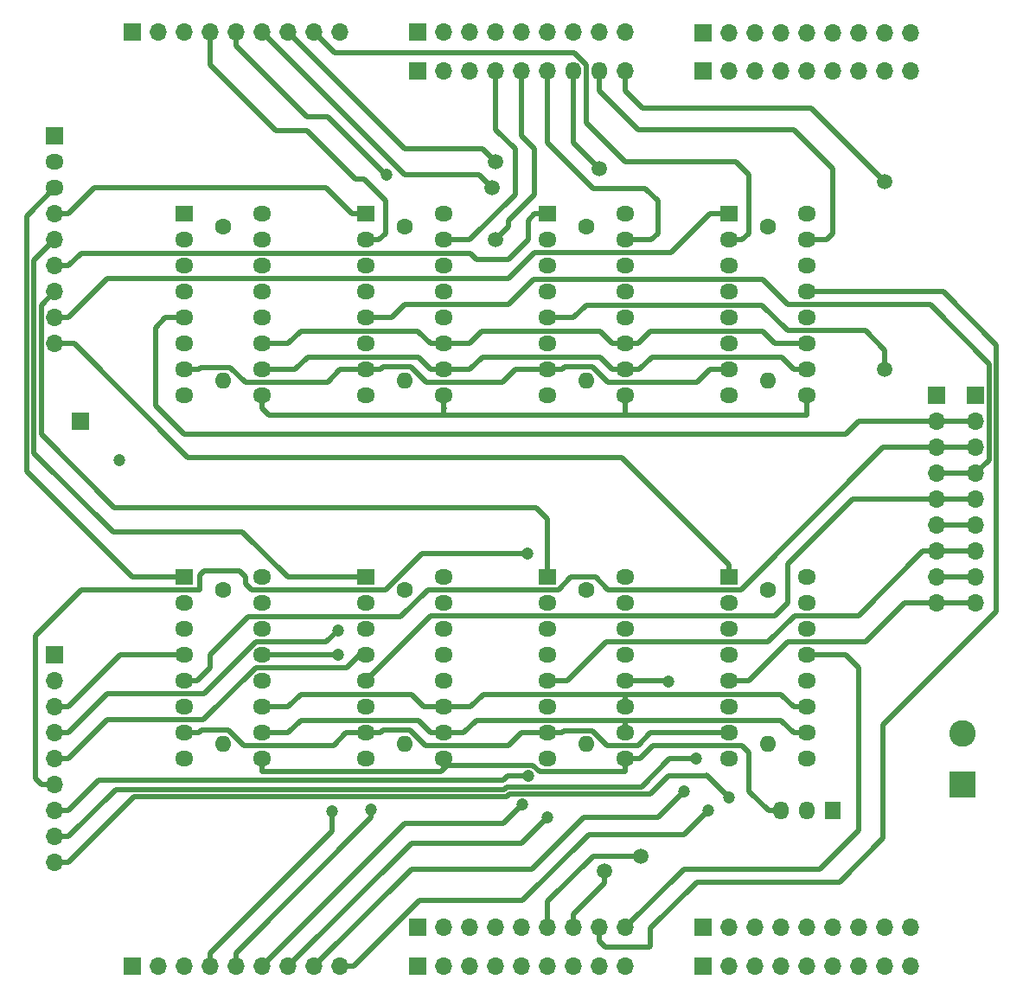
<source format=gbr>
%TF.GenerationSoftware,KiCad,Pcbnew,(5.1.8)-1*%
%TF.CreationDate,2022-12-02T00:21:30+03:00*%
%TF.ProjectId,MUX8x1-v4,4d555838-7831-42d7-9634-2e6b69636164,rev?*%
%TF.SameCoordinates,Original*%
%TF.FileFunction,Copper,L1,Top*%
%TF.FilePolarity,Positive*%
%FSLAX46Y46*%
G04 Gerber Fmt 4.6, Leading zero omitted, Abs format (unit mm)*
G04 Created by KiCad (PCBNEW (5.1.8)-1) date 2022-12-02 00:21:30*
%MOMM*%
%LPD*%
G01*
G04 APERTURE LIST*
%TA.AperFunction,ComponentPad*%
%ADD10O,1.700000X1.700000*%
%TD*%
%TA.AperFunction,ComponentPad*%
%ADD11R,1.700000X1.700000*%
%TD*%
%TA.AperFunction,ComponentPad*%
%ADD12O,1.800000X1.500000*%
%TD*%
%TA.AperFunction,ComponentPad*%
%ADD13O,1.500000X1.800000*%
%TD*%
%TA.AperFunction,ComponentPad*%
%ADD14O,1.600000X1.600000*%
%TD*%
%TA.AperFunction,ComponentPad*%
%ADD15C,1.600000*%
%TD*%
%TA.AperFunction,ComponentPad*%
%ADD16R,1.800000X1.500000*%
%TD*%
%TA.AperFunction,ComponentPad*%
%ADD17R,1.500000X1.800000*%
%TD*%
%TA.AperFunction,ComponentPad*%
%ADD18C,2.600000*%
%TD*%
%TA.AperFunction,ComponentPad*%
%ADD19R,2.600000X2.600000*%
%TD*%
%TA.AperFunction,ViaPad*%
%ADD20C,1.200000*%
%TD*%
%TA.AperFunction,ViaPad*%
%ADD21C,1.500000*%
%TD*%
%TA.AperFunction,Conductor*%
%ADD22C,0.500000*%
%TD*%
G04 APERTURE END LIST*
D10*
%TO.P,J21,9*%
%TO.N,/O7*%
X118110000Y-91440000D03*
%TO.P,J21,8*%
%TO.N,/O6*%
X118110000Y-88900000D03*
%TO.P,J21,7*%
%TO.N,/O5*%
X118110000Y-86360000D03*
%TO.P,J21,6*%
%TO.N,/O4*%
X118110000Y-83820000D03*
%TO.P,J21,5*%
%TO.N,/O3*%
X118110000Y-81280000D03*
%TO.P,J21,4*%
%TO.N,/O2*%
X118110000Y-78740000D03*
%TO.P,J21,3*%
%TO.N,/O1*%
X118110000Y-76200000D03*
%TO.P,J21,2*%
%TO.N,/O0*%
X118110000Y-73660000D03*
D11*
%TO.P,J21,1*%
%TO.N,GND*%
X118110000Y-71120000D03*
%TD*%
D10*
%TO.P,J19,9*%
%TO.N,/O7*%
X114300000Y-91440000D03*
%TO.P,J19,8*%
%TO.N,/O6*%
X114300000Y-88900000D03*
%TO.P,J19,7*%
%TO.N,/O5*%
X114300000Y-86360000D03*
%TO.P,J19,6*%
%TO.N,/O4*%
X114300000Y-83820000D03*
%TO.P,J19,5*%
%TO.N,/O3*%
X114300000Y-81280000D03*
%TO.P,J19,4*%
%TO.N,/O2*%
X114300000Y-78740000D03*
%TO.P,J19,3*%
%TO.N,/O1*%
X114300000Y-76200000D03*
%TO.P,J19,2*%
%TO.N,/O0*%
X114300000Y-73660000D03*
D11*
%TO.P,J19,1*%
%TO.N,GND*%
X114300000Y-71120000D03*
%TD*%
D10*
%TO.P,J18,9*%
%TO.N,/H7*%
X111760000Y-123190000D03*
%TO.P,J18,8*%
%TO.N,/H6*%
X109220000Y-123190000D03*
%TO.P,J18,7*%
%TO.N,/H5*%
X106680000Y-123190000D03*
%TO.P,J18,6*%
%TO.N,/H4*%
X104140000Y-123190000D03*
%TO.P,J18,5*%
%TO.N,/H3*%
X101600000Y-123190000D03*
%TO.P,J18,4*%
%TO.N,/H2*%
X99060000Y-123190000D03*
%TO.P,J18,3*%
%TO.N,/H1*%
X96520000Y-123190000D03*
%TO.P,J18,2*%
%TO.N,/H0*%
X93980000Y-123190000D03*
D11*
%TO.P,J18,1*%
%TO.N,GND*%
X91440000Y-123190000D03*
%TD*%
D10*
%TO.P,J16,9*%
%TO.N,/H7*%
X111760000Y-127000000D03*
%TO.P,J16,8*%
%TO.N,/H6*%
X109220000Y-127000000D03*
%TO.P,J16,7*%
%TO.N,/H5*%
X106680000Y-127000000D03*
%TO.P,J16,6*%
%TO.N,/H4*%
X104140000Y-127000000D03*
%TO.P,J16,5*%
%TO.N,/H3*%
X101600000Y-127000000D03*
%TO.P,J16,4*%
%TO.N,/H2*%
X99060000Y-127000000D03*
%TO.P,J16,3*%
%TO.N,/H1*%
X96520000Y-127000000D03*
%TO.P,J16,2*%
%TO.N,/H0*%
X93980000Y-127000000D03*
D11*
%TO.P,J16,1*%
%TO.N,GND*%
X91440000Y-127000000D03*
%TD*%
D10*
%TO.P,J15,9*%
%TO.N,/D7*%
X27940000Y-66040000D03*
%TO.P,J15,8*%
%TO.N,/D6*%
X27940000Y-63500000D03*
%TO.P,J15,7*%
%TO.N,/D5*%
X27940000Y-60960000D03*
%TO.P,J15,6*%
%TO.N,/D4*%
X27940000Y-58420000D03*
%TO.P,J15,5*%
%TO.N,/D3*%
X27940000Y-55880000D03*
%TO.P,J15,4*%
%TO.N,/D2*%
X27940000Y-53340000D03*
D12*
%TO.P,J15,3*%
%TO.N,/D1*%
X27940000Y-50800000D03*
%TO.P,J15,2*%
%TO.N,/D0*%
X27940000Y-48260000D03*
D11*
%TO.P,J15,1*%
%TO.N,GND*%
X27940000Y-45720000D03*
%TD*%
D10*
%TO.P,J14,9*%
%TO.N,/G7*%
X83820000Y-127000000D03*
%TO.P,J14,8*%
%TO.N,/G6*%
X81280000Y-127000000D03*
%TO.P,J14,7*%
%TO.N,/G5*%
X78740000Y-127000000D03*
%TO.P,J14,6*%
%TO.N,/G4*%
X76200000Y-127000000D03*
%TO.P,J14,5*%
%TO.N,/G3*%
X73660000Y-127000000D03*
%TO.P,J14,4*%
%TO.N,/G2*%
X71120000Y-127000000D03*
%TO.P,J14,3*%
%TO.N,/G1*%
X68580000Y-127000000D03*
%TO.P,J14,2*%
%TO.N,/G0*%
X66040000Y-127000000D03*
D11*
%TO.P,J14,1*%
%TO.N,GND*%
X63500000Y-127000000D03*
%TD*%
D10*
%TO.P,J12,9*%
%TO.N,/G7*%
X83820000Y-123190000D03*
%TO.P,J12,8*%
%TO.N,/G6*%
X81280000Y-123190000D03*
%TO.P,J12,7*%
%TO.N,/G5*%
X78740000Y-123190000D03*
%TO.P,J12,6*%
%TO.N,/G4*%
X76200000Y-123190000D03*
%TO.P,J12,5*%
%TO.N,/G3*%
X73660000Y-123190000D03*
%TO.P,J12,4*%
%TO.N,/G2*%
X71120000Y-123190000D03*
%TO.P,J12,3*%
%TO.N,/G1*%
X68580000Y-123190000D03*
%TO.P,J12,2*%
%TO.N,/G0*%
X66040000Y-123190000D03*
D11*
%TO.P,J12,1*%
%TO.N,GND*%
X63500000Y-123190000D03*
%TD*%
D10*
%TO.P,J11,9*%
%TO.N,/C7*%
X55880000Y-35560000D03*
%TO.P,J11,8*%
%TO.N,/C6*%
X53340000Y-35560000D03*
%TO.P,J11,7*%
%TO.N,/C5*%
X50800000Y-35560000D03*
%TO.P,J11,6*%
%TO.N,/C4*%
X48260000Y-35560000D03*
%TO.P,J11,5*%
%TO.N,/C3*%
X45720000Y-35560000D03*
%TO.P,J11,4*%
%TO.N,/C2*%
X43180000Y-35560000D03*
%TO.P,J11,3*%
%TO.N,/C1*%
X40640000Y-35560000D03*
%TO.P,J11,2*%
%TO.N,/C0*%
X38100000Y-35560000D03*
D11*
%TO.P,J11,1*%
%TO.N,GND*%
X35560000Y-35560000D03*
%TD*%
D10*
%TO.P,J8,9*%
%TO.N,/F7*%
X111760000Y-35600000D03*
%TO.P,J8,8*%
%TO.N,/F6*%
X109220000Y-35600000D03*
%TO.P,J8,7*%
%TO.N,/F5*%
X106680000Y-35600000D03*
%TO.P,J8,6*%
%TO.N,/F4*%
X104140000Y-35600000D03*
%TO.P,J8,5*%
%TO.N,/F3*%
X101600000Y-35600000D03*
%TO.P,J8,4*%
%TO.N,/F2*%
X99060000Y-35600000D03*
%TO.P,J8,3*%
%TO.N,/F1*%
X96520000Y-35600000D03*
%TO.P,J8,2*%
%TO.N,/F0*%
X93980000Y-35600000D03*
D11*
%TO.P,J8,1*%
%TO.N,GND*%
X91440000Y-35600000D03*
%TD*%
D10*
%TO.P,J6,9*%
%TO.N,/F7*%
X111760000Y-39370000D03*
%TO.P,J6,8*%
%TO.N,/F6*%
X109220000Y-39370000D03*
%TO.P,J6,7*%
%TO.N,/F5*%
X106680000Y-39370000D03*
%TO.P,J6,6*%
%TO.N,/F4*%
X104140000Y-39370000D03*
%TO.P,J6,5*%
%TO.N,/F3*%
X101600000Y-39370000D03*
%TO.P,J6,4*%
%TO.N,/F2*%
X99060000Y-39370000D03*
%TO.P,J6,3*%
%TO.N,/F1*%
X96520000Y-39370000D03*
%TO.P,J6,2*%
%TO.N,/F0*%
X93980000Y-39370000D03*
D11*
%TO.P,J6,1*%
%TO.N,GND*%
X91440000Y-39370000D03*
%TD*%
D10*
%TO.P,J5,9*%
%TO.N,/B7*%
X55880000Y-127000000D03*
%TO.P,J5,8*%
%TO.N,/B6*%
X53340000Y-127000000D03*
%TO.P,J5,7*%
%TO.N,/B5*%
X50800000Y-127000000D03*
%TO.P,J5,6*%
%TO.N,/B4*%
X48260000Y-127000000D03*
%TO.P,J5,5*%
%TO.N,/B3*%
X45720000Y-127000000D03*
%TO.P,J5,4*%
%TO.N,/B2*%
X43180000Y-127000000D03*
%TO.P,J5,3*%
%TO.N,/B1*%
X40640000Y-127000000D03*
%TO.P,J5,2*%
%TO.N,/B0*%
X38100000Y-127000000D03*
D11*
%TO.P,J5,1*%
%TO.N,GND*%
X35560000Y-127000000D03*
%TD*%
D10*
%TO.P,J4,9*%
%TO.N,/E7*%
X83820000Y-35560000D03*
%TO.P,J4,8*%
%TO.N,/E6*%
X81280000Y-35560000D03*
%TO.P,J4,7*%
%TO.N,/E5*%
X78740000Y-35560000D03*
%TO.P,J4,6*%
%TO.N,/E4*%
X76200000Y-35560000D03*
%TO.P,J4,5*%
%TO.N,/E3*%
X73660000Y-35560000D03*
%TO.P,J4,4*%
%TO.N,/E2*%
X71120000Y-35560000D03*
%TO.P,J4,3*%
%TO.N,/E1*%
X68580000Y-35560000D03*
%TO.P,J4,2*%
%TO.N,/E0*%
X66040000Y-35560000D03*
D11*
%TO.P,J4,1*%
%TO.N,GND*%
X63500000Y-35560000D03*
%TD*%
D10*
%TO.P,J2,9*%
%TO.N,/E7*%
X83820000Y-39370000D03*
D13*
%TO.P,J2,8*%
%TO.N,/E6*%
X81280000Y-39370000D03*
%TO.P,J2,7*%
%TO.N,/E5*%
X78740000Y-39370000D03*
D10*
%TO.P,J2,6*%
%TO.N,/E4*%
X76200000Y-39370000D03*
%TO.P,J2,5*%
%TO.N,/E3*%
X73660000Y-39370000D03*
%TO.P,J2,4*%
%TO.N,/E2*%
X71120000Y-39370000D03*
%TO.P,J2,3*%
%TO.N,/E1*%
X68580000Y-39370000D03*
%TO.P,J2,2*%
%TO.N,/E0*%
X66040000Y-39370000D03*
D11*
%TO.P,J2,1*%
%TO.N,GND*%
X63500000Y-39370000D03*
%TD*%
D10*
%TO.P,J1,9*%
%TO.N,/A7*%
X27940000Y-116840000D03*
%TO.P,J1,8*%
%TO.N,/A6*%
X27940000Y-114300000D03*
%TO.P,J1,7*%
%TO.N,/A5*%
X27940000Y-111760000D03*
%TO.P,J1,6*%
%TO.N,/A4*%
X27940000Y-109220000D03*
%TO.P,J1,5*%
%TO.N,/A3*%
X27940000Y-106680000D03*
%TO.P,J1,4*%
%TO.N,/A2*%
X27940000Y-104140000D03*
%TO.P,J1,3*%
%TO.N,/A1*%
X27940000Y-101600000D03*
%TO.P,J1,2*%
%TO.N,/A0*%
X27940000Y-99060000D03*
D11*
%TO.P,J1,1*%
%TO.N,GND*%
X27940000Y-96520000D03*
%TD*%
D14*
%TO.P,C8,2*%
%TO.N,GND*%
X97790000Y-105170000D03*
D15*
%TO.P,C8,1*%
%TO.N,VCC*%
X97790000Y-90170000D03*
%TD*%
D14*
%TO.P,C7,2*%
%TO.N,GND*%
X97790000Y-69610000D03*
D15*
%TO.P,C7,1*%
%TO.N,VCC*%
X97790000Y-54610000D03*
%TD*%
D14*
%TO.P,C6,2*%
%TO.N,GND*%
X80010000Y-105170000D03*
D15*
%TO.P,C6,1*%
%TO.N,VCC*%
X80010000Y-90170000D03*
%TD*%
D14*
%TO.P,C5,2*%
%TO.N,GND*%
X80010000Y-69610000D03*
D15*
%TO.P,C5,1*%
%TO.N,VCC*%
X80010000Y-54610000D03*
%TD*%
D14*
%TO.P,C4,2*%
%TO.N,GND*%
X62230000Y-105170000D03*
D15*
%TO.P,C4,1*%
%TO.N,VCC*%
X62230000Y-90170000D03*
%TD*%
D14*
%TO.P,C3,2*%
%TO.N,GND*%
X62230000Y-69610000D03*
D15*
%TO.P,C3,1*%
%TO.N,VCC*%
X62230000Y-54610000D03*
%TD*%
D14*
%TO.P,C2,2*%
%TO.N,GND*%
X44450000Y-105170000D03*
D15*
%TO.P,C2,1*%
%TO.N,VCC*%
X44450000Y-90170000D03*
%TD*%
D14*
%TO.P,C1,2*%
%TO.N,GND*%
X44450000Y-69610000D03*
D15*
%TO.P,C1,1*%
%TO.N,VCC*%
X44450000Y-54610000D03*
%TD*%
D12*
%TO.P,U8,16*%
%TO.N,VCC*%
X101600000Y-88900000D03*
%TO.P,U8,8*%
%TO.N,GND*%
X93980000Y-106680000D03*
%TO.P,U8,15*%
%TO.N,/E7*%
X101600000Y-91440000D03*
%TO.P,U8,7*%
%TO.N,/~E*%
X93980000Y-104140000D03*
%TO.P,U8,14*%
%TO.N,/F7*%
X101600000Y-93980000D03*
%TO.P,U8,6*%
%TO.N,Net-(U8-Pad6)*%
X93980000Y-101600000D03*
%TO.P,U8,13*%
%TO.N,/G7*%
X101600000Y-96520000D03*
%TO.P,U8,5*%
%TO.N,/O7*%
X93980000Y-99060000D03*
%TO.P,U8,12*%
%TO.N,/H7*%
X101600000Y-99060000D03*
%TO.P,U8,4*%
%TO.N,/A7*%
X93980000Y-96520000D03*
%TO.P,U8,11*%
%TO.N,/S0*%
X101600000Y-101600000D03*
%TO.P,U8,3*%
%TO.N,/B7*%
X93980000Y-93980000D03*
%TO.P,U8,10*%
%TO.N,/S1*%
X101600000Y-104140000D03*
%TO.P,U8,2*%
%TO.N,/C7*%
X93980000Y-91440000D03*
%TO.P,U8,9*%
%TO.N,/S2*%
X101600000Y-106680000D03*
D16*
%TO.P,U8,1*%
%TO.N,/D7*%
X93980000Y-88900000D03*
%TD*%
D12*
%TO.P,U7,16*%
%TO.N,VCC*%
X101600000Y-53340000D03*
%TO.P,U7,8*%
%TO.N,GND*%
X93980000Y-71120000D03*
%TO.P,U7,15*%
%TO.N,/E6*%
X101600000Y-55880000D03*
%TO.P,U7,7*%
%TO.N,/~E*%
X93980000Y-68580000D03*
%TO.P,U7,14*%
%TO.N,/F6*%
X101600000Y-58420000D03*
%TO.P,U7,6*%
%TO.N,Net-(U7-Pad6)*%
X93980000Y-66040000D03*
%TO.P,U7,13*%
%TO.N,/G6*%
X101600000Y-60960000D03*
%TO.P,U7,5*%
%TO.N,/O6*%
X93980000Y-63500000D03*
%TO.P,U7,12*%
%TO.N,/H6*%
X101600000Y-63500000D03*
%TO.P,U7,4*%
%TO.N,/A6*%
X93980000Y-60960000D03*
%TO.P,U7,11*%
%TO.N,/S0*%
X101600000Y-66040000D03*
%TO.P,U7,3*%
%TO.N,/B6*%
X93980000Y-58420000D03*
%TO.P,U7,10*%
%TO.N,/S1*%
X101600000Y-68580000D03*
%TO.P,U7,2*%
%TO.N,/C6*%
X93980000Y-55880000D03*
%TO.P,U7,9*%
%TO.N,/S2*%
X101600000Y-71120000D03*
D16*
%TO.P,U7,1*%
%TO.N,/D6*%
X93980000Y-53340000D03*
%TD*%
D12*
%TO.P,U6,16*%
%TO.N,VCC*%
X83820000Y-88900000D03*
%TO.P,U6,8*%
%TO.N,GND*%
X76200000Y-106680000D03*
%TO.P,U6,15*%
%TO.N,/E5*%
X83820000Y-91440000D03*
%TO.P,U6,7*%
%TO.N,/~E*%
X76200000Y-104140000D03*
%TO.P,U6,14*%
%TO.N,/F5*%
X83820000Y-93980000D03*
%TO.P,U6,6*%
%TO.N,Net-(U6-Pad6)*%
X76200000Y-101600000D03*
%TO.P,U6,13*%
%TO.N,/G5*%
X83820000Y-96520000D03*
%TO.P,U6,5*%
%TO.N,/O5*%
X76200000Y-99060000D03*
%TO.P,U6,12*%
%TO.N,/H5*%
X83820000Y-99060000D03*
%TO.P,U6,4*%
%TO.N,/A5*%
X76200000Y-96520000D03*
%TO.P,U6,11*%
%TO.N,/S0*%
X83820000Y-101600000D03*
%TO.P,U6,3*%
%TO.N,/B5*%
X76200000Y-93980000D03*
%TO.P,U6,10*%
%TO.N,/S1*%
X83820000Y-104140000D03*
%TO.P,U6,2*%
%TO.N,/C5*%
X76200000Y-91440000D03*
%TO.P,U6,9*%
%TO.N,/S2*%
X83820000Y-106680000D03*
D16*
%TO.P,U6,1*%
%TO.N,/D5*%
X76200000Y-88900000D03*
%TD*%
D12*
%TO.P,U5,16*%
%TO.N,VCC*%
X83820000Y-53340000D03*
%TO.P,U5,8*%
%TO.N,GND*%
X76200000Y-71120000D03*
%TO.P,U5,15*%
%TO.N,/E4*%
X83820000Y-55880000D03*
%TO.P,U5,7*%
%TO.N,/~E*%
X76200000Y-68580000D03*
%TO.P,U5,14*%
%TO.N,/F4*%
X83820000Y-58420000D03*
%TO.P,U5,6*%
%TO.N,Net-(U5-Pad6)*%
X76200000Y-66040000D03*
%TO.P,U5,13*%
%TO.N,/G4*%
X83820000Y-60960000D03*
%TO.P,U5,5*%
%TO.N,/O4*%
X76200000Y-63500000D03*
%TO.P,U5,12*%
%TO.N,/H4*%
X83820000Y-63500000D03*
%TO.P,U5,4*%
%TO.N,/A4*%
X76200000Y-60960000D03*
%TO.P,U5,11*%
%TO.N,/S0*%
X83820000Y-66040000D03*
%TO.P,U5,3*%
%TO.N,/B4*%
X76200000Y-58420000D03*
%TO.P,U5,10*%
%TO.N,/S1*%
X83820000Y-68580000D03*
%TO.P,U5,2*%
%TO.N,/C4*%
X76200000Y-55880000D03*
%TO.P,U5,9*%
%TO.N,/S2*%
X83820000Y-71120000D03*
D16*
%TO.P,U5,1*%
%TO.N,/D4*%
X76200000Y-53340000D03*
%TD*%
D12*
%TO.P,U4,16*%
%TO.N,VCC*%
X66040000Y-88900000D03*
%TO.P,U4,8*%
%TO.N,GND*%
X58420000Y-106680000D03*
%TO.P,U4,15*%
%TO.N,/E3*%
X66040000Y-91440000D03*
%TO.P,U4,7*%
%TO.N,/~E*%
X58420000Y-104140000D03*
%TO.P,U4,14*%
%TO.N,/F3*%
X66040000Y-93980000D03*
%TO.P,U4,6*%
%TO.N,Net-(U4-Pad6)*%
X58420000Y-101600000D03*
%TO.P,U4,13*%
%TO.N,/G3*%
X66040000Y-96520000D03*
%TO.P,U4,5*%
%TO.N,/O3*%
X58420000Y-99060000D03*
%TO.P,U4,12*%
%TO.N,/H3*%
X66040000Y-99060000D03*
%TO.P,U4,4*%
%TO.N,/A3*%
X58420000Y-96520000D03*
%TO.P,U4,11*%
%TO.N,/S0*%
X66040000Y-101600000D03*
%TO.P,U4,3*%
%TO.N,/B3*%
X58420000Y-93980000D03*
%TO.P,U4,10*%
%TO.N,/S1*%
X66040000Y-104140000D03*
%TO.P,U4,2*%
%TO.N,/C3*%
X58420000Y-91440000D03*
%TO.P,U4,9*%
%TO.N,/S2*%
X66040000Y-106680000D03*
D16*
%TO.P,U4,1*%
%TO.N,/D3*%
X58420000Y-88900000D03*
%TD*%
D12*
%TO.P,U3,16*%
%TO.N,VCC*%
X66040000Y-53340000D03*
%TO.P,U3,8*%
%TO.N,GND*%
X58420000Y-71120000D03*
%TO.P,U3,15*%
%TO.N,/E2*%
X66040000Y-55880000D03*
%TO.P,U3,7*%
%TO.N,/~E*%
X58420000Y-68580000D03*
%TO.P,U3,14*%
%TO.N,/F2*%
X66040000Y-58420000D03*
%TO.P,U3,6*%
%TO.N,Net-(U3-Pad6)*%
X58420000Y-66040000D03*
%TO.P,U3,13*%
%TO.N,/G2*%
X66040000Y-60960000D03*
%TO.P,U3,5*%
%TO.N,/O2*%
X58420000Y-63500000D03*
%TO.P,U3,12*%
%TO.N,/H2*%
X66040000Y-63500000D03*
%TO.P,U3,4*%
%TO.N,/A2*%
X58420000Y-60960000D03*
%TO.P,U3,11*%
%TO.N,/S0*%
X66040000Y-66040000D03*
%TO.P,U3,3*%
%TO.N,/B2*%
X58420000Y-58420000D03*
%TO.P,U3,10*%
%TO.N,/S1*%
X66040000Y-68580000D03*
%TO.P,U3,2*%
%TO.N,/C2*%
X58420000Y-55880000D03*
%TO.P,U3,9*%
%TO.N,/S2*%
X66040000Y-71120000D03*
D16*
%TO.P,U3,1*%
%TO.N,/D2*%
X58420000Y-53340000D03*
%TD*%
D12*
%TO.P,U2,16*%
%TO.N,VCC*%
X48260000Y-88900000D03*
%TO.P,U2,8*%
%TO.N,GND*%
X40640000Y-106680000D03*
%TO.P,U2,15*%
%TO.N,/E1*%
X48260000Y-91440000D03*
%TO.P,U2,7*%
%TO.N,/~E*%
X40640000Y-104140000D03*
%TO.P,U2,14*%
%TO.N,/F1*%
X48260000Y-93980000D03*
%TO.P,U2,6*%
%TO.N,Net-(U2-Pad6)*%
X40640000Y-101600000D03*
%TO.P,U2,13*%
%TO.N,/G1*%
X48260000Y-96520000D03*
%TO.P,U2,5*%
%TO.N,/O1*%
X40640000Y-99060000D03*
%TO.P,U2,12*%
%TO.N,/H1*%
X48260000Y-99060000D03*
%TO.P,U2,4*%
%TO.N,/A1*%
X40640000Y-96520000D03*
%TO.P,U2,11*%
%TO.N,/S0*%
X48260000Y-101600000D03*
%TO.P,U2,3*%
%TO.N,/B1*%
X40640000Y-93980000D03*
%TO.P,U2,10*%
%TO.N,/S1*%
X48260000Y-104140000D03*
%TO.P,U2,2*%
%TO.N,/C1*%
X40640000Y-91440000D03*
%TO.P,U2,9*%
%TO.N,/S2*%
X48260000Y-106680000D03*
D16*
%TO.P,U2,1*%
%TO.N,/D1*%
X40640000Y-88900000D03*
%TD*%
D12*
%TO.P,U1,16*%
%TO.N,VCC*%
X48260000Y-53340000D03*
%TO.P,U1,8*%
%TO.N,GND*%
X40640000Y-71120000D03*
%TO.P,U1,15*%
%TO.N,/E0*%
X48260000Y-55880000D03*
%TO.P,U1,7*%
%TO.N,/~E*%
X40640000Y-68580000D03*
%TO.P,U1,14*%
%TO.N,/F0*%
X48260000Y-58420000D03*
%TO.P,U1,6*%
%TO.N,Net-(U1-Pad6)*%
X40640000Y-66040000D03*
%TO.P,U1,13*%
%TO.N,/G0*%
X48260000Y-60960000D03*
%TO.P,U1,5*%
%TO.N,/O0*%
X40640000Y-63500000D03*
%TO.P,U1,12*%
%TO.N,/H0*%
X48260000Y-63500000D03*
%TO.P,U1,4*%
%TO.N,/A0*%
X40640000Y-60960000D03*
%TO.P,U1,11*%
%TO.N,/S0*%
X48260000Y-66040000D03*
%TO.P,U1,3*%
%TO.N,/B0*%
X40640000Y-58420000D03*
%TO.P,U1,10*%
%TO.N,/S1*%
X48260000Y-68580000D03*
%TO.P,U1,2*%
%TO.N,/C0*%
X40640000Y-55880000D03*
%TO.P,U1,9*%
%TO.N,/S2*%
X48260000Y-71120000D03*
D16*
%TO.P,U1,1*%
%TO.N,/D0*%
X40640000Y-53340000D03*
%TD*%
D11*
%TO.P,J20,1*%
%TO.N,/~E*%
X30480000Y-73660000D03*
%TD*%
D13*
%TO.P,J10,3*%
%TO.N,/S2*%
X99060000Y-111760000D03*
%TO.P,J10,2*%
%TO.N,/S1*%
X101600000Y-111760000D03*
D17*
%TO.P,J10,1*%
%TO.N,/S0*%
X104140000Y-111760000D03*
%TD*%
D18*
%TO.P,J9,2*%
%TO.N,GND*%
X116840000Y-104220000D03*
D19*
%TO.P,J9,1*%
%TO.N,VCC*%
X116840000Y-109220000D03*
%TD*%
D20*
%TO.N,GND*%
X34290000Y-77470000D03*
%TO.N,/A7*%
X93980000Y-110490000D03*
%TO.N,/A6*%
X90767200Y-106629900D03*
%TO.N,/A5*%
X74318000Y-108359600D03*
%TO.N,/A4*%
X74242300Y-86587600D03*
%TO.N,/A2*%
X55705300Y-94078000D03*
D21*
%TO.N,/E7*%
X109220000Y-50165000D03*
%TO.N,/E5*%
X81280000Y-48895000D03*
%TO.N,/E3*%
X71120000Y-55880000D03*
D20*
%TO.N,/B7*%
X91929200Y-111760000D03*
%TO.N,/B6*%
X89535000Y-109855000D03*
%TO.N,/B5*%
X76200000Y-112395000D03*
%TO.N,/B4*%
X73711200Y-111160600D03*
%TO.N,/B3*%
X58943100Y-111656700D03*
%TO.N,/B2*%
X55106700Y-111832800D03*
D21*
%TO.N,/C5*%
X71120000Y-48260000D03*
%TO.N,/C4*%
X70772100Y-50800000D03*
D20*
%TO.N,/C3*%
X60406500Y-49530000D03*
D21*
%TO.N,/G5*%
X81761300Y-117628700D03*
%TO.N,/G4*%
X85284800Y-116205000D03*
D20*
%TO.N,/G1*%
X55705300Y-96520000D03*
%TO.N,/H5*%
X88015300Y-99075200D03*
D21*
%TO.N,/O4*%
X109220000Y-68580000D03*
%TD*%
D22*
%TO.N,/A7*%
X29290000Y-116840000D02*
X27940000Y-116840000D01*
X72482200Y-110110300D02*
X72199600Y-110392900D01*
X86221400Y-110110300D02*
X72482200Y-110110300D01*
X35737100Y-110392900D02*
X29290000Y-116840000D01*
X72199600Y-110392900D02*
X35737100Y-110392900D01*
X91699150Y-108325850D02*
X91757500Y-108267500D01*
X88005850Y-108325850D02*
X91699150Y-108325850D01*
X93980000Y-110490000D02*
X91757500Y-108267500D01*
X88005850Y-108325850D02*
X86221400Y-110110300D01*
%TO.N,/A6*%
X90767200Y-106629900D02*
X88154300Y-106629900D01*
X88154300Y-106629900D02*
X85374200Y-109410000D01*
X85374200Y-109410000D02*
X72192000Y-109410000D01*
X72192000Y-109410000D02*
X71952000Y-109650000D01*
X71952000Y-109650000D02*
X33940000Y-109650000D01*
X33940000Y-109650000D02*
X29290000Y-114300000D01*
X27940000Y-114300000D02*
X29290000Y-114300000D01*
%TO.N,/A5*%
X74318000Y-108359600D02*
X72251900Y-108359600D01*
X72251900Y-108359600D02*
X71826900Y-108784600D01*
X71826900Y-108784600D02*
X32265400Y-108784600D01*
X32265400Y-108784600D02*
X29290000Y-111760000D01*
X27940000Y-111760000D02*
X29290000Y-111760000D01*
%TO.N,/A4*%
X26670000Y-109220000D02*
X27940000Y-109220000D01*
X74242300Y-86587600D02*
X63893700Y-86587600D01*
X63893700Y-86587600D02*
X60363700Y-90117600D01*
X46037500Y-88265000D02*
X42545000Y-88265000D01*
X60363700Y-90117600D02*
X47241700Y-90117600D01*
X47241700Y-90117600D02*
X46665800Y-89541700D01*
X42545000Y-88265000D02*
X42157900Y-88652100D01*
X46665800Y-89541700D02*
X46665800Y-88893300D01*
X46665800Y-88893300D02*
X46037500Y-88265000D01*
X42157900Y-88652100D02*
X42157900Y-90100400D01*
X42157900Y-90100400D02*
X30549600Y-90100400D01*
X26035000Y-94615000D02*
X26035000Y-108585000D01*
X26035000Y-108585000D02*
X26670000Y-109220000D01*
X30549600Y-90100400D02*
X26035000Y-94615000D01*
%TO.N,/A3*%
X27940000Y-106680000D02*
X29290000Y-106680000D01*
X47617400Y-97770000D02*
X42517400Y-102870000D01*
X42517400Y-102870000D02*
X33100000Y-102870000D01*
X33100000Y-102870000D02*
X29290000Y-106680000D01*
X57785000Y-96520000D02*
X56535000Y-97770000D01*
X58420000Y-96520000D02*
X57785000Y-96520000D01*
X56535000Y-97770000D02*
X47617400Y-97770000D01*
%TO.N,/A2*%
X27940000Y-104140000D02*
X29290000Y-104140000D01*
X55705300Y-94078000D02*
X54533300Y-95250000D01*
X54533300Y-95250000D02*
X47620800Y-95250000D01*
X47620800Y-95250000D02*
X42540800Y-100330000D01*
X42540800Y-100330000D02*
X33100000Y-100330000D01*
X33100000Y-100330000D02*
X29290000Y-104140000D01*
%TO.N,/A1*%
X27940000Y-101600000D02*
X29290000Y-101600000D01*
X40640000Y-96520000D02*
X34370000Y-96520000D01*
X34370000Y-96520000D02*
X29290000Y-101600000D01*
%TO.N,/E7*%
X106680000Y-47625000D02*
X109220000Y-50165000D01*
X102033650Y-42978650D02*
X106680000Y-47625000D01*
X85523650Y-42978650D02*
X102033650Y-42978650D01*
X83820000Y-41275000D02*
X85523650Y-42978650D01*
X83820000Y-39370000D02*
X83820000Y-41275000D01*
%TO.N,/E6*%
X103505000Y-55880000D02*
X101600000Y-55880000D01*
X104140000Y-48895000D02*
X104140000Y-55245000D01*
X100330000Y-45085000D02*
X104140000Y-48895000D01*
X104140000Y-55245000D02*
X103505000Y-55880000D01*
X85090000Y-45085000D02*
X100330000Y-45085000D01*
X81280000Y-41275000D02*
X85090000Y-45085000D01*
X81280000Y-39370000D02*
X81280000Y-41275000D01*
%TO.N,/E5*%
X78740000Y-46355000D02*
X78740000Y-45720000D01*
X81280000Y-48895000D02*
X78740000Y-46355000D01*
X78740000Y-45720000D02*
X78740000Y-39370000D01*
%TO.N,/E4*%
X85730000Y-50805000D02*
X86995000Y-52070000D01*
X86995000Y-52070000D02*
X86995000Y-55245000D01*
X86360000Y-55880000D02*
X83820000Y-55880000D01*
X86995000Y-55245000D02*
X86360000Y-55880000D01*
X80650000Y-50805000D02*
X85730000Y-50805000D01*
X76200000Y-46355000D02*
X80650000Y-50805000D01*
X76200000Y-46355000D02*
X76200000Y-39370000D01*
%TO.N,/E3*%
X71120000Y-55880000D02*
X71120000Y-55880000D01*
X73660000Y-45720000D02*
X74930000Y-46990000D01*
X74930000Y-46990000D02*
X74930000Y-51435000D01*
X73660000Y-39370000D02*
X73660000Y-45720000D01*
X71120000Y-55880000D02*
X72390000Y-54610000D01*
X72390000Y-54610000D02*
X72390000Y-53975000D01*
X74930000Y-51435000D02*
X72390000Y-53975000D01*
%TO.N,/E2*%
X68580000Y-55880000D02*
X66040000Y-55880000D01*
X73025000Y-51435000D02*
X68580000Y-55880000D01*
X73025000Y-46990000D02*
X73025000Y-51435000D01*
X71120000Y-45085000D02*
X73025000Y-46990000D01*
X71120000Y-39370000D02*
X71120000Y-45085000D01*
%TO.N,/B7*%
X57230000Y-127000000D02*
X55880000Y-127000000D01*
X63677300Y-120552700D02*
X57230000Y-127000000D01*
X73757300Y-120552700D02*
X63677300Y-120552700D01*
X80200400Y-114109600D02*
X73757300Y-120552700D01*
X89579600Y-114109600D02*
X80200400Y-114109600D01*
X91929200Y-111760000D02*
X89579600Y-114109600D01*
%TO.N,/B6*%
X86995000Y-112395000D02*
X89535000Y-109855000D01*
X79717900Y-112395000D02*
X86995000Y-112395000D01*
X74637900Y-117475000D02*
X79717900Y-112395000D01*
X62865000Y-117475000D02*
X74637900Y-117475000D01*
X53340000Y-127000000D02*
X62865000Y-117475000D01*
%TO.N,/B5*%
X73660000Y-114935000D02*
X76200000Y-112395000D01*
X62865000Y-114935000D02*
X73660000Y-114935000D01*
X50800000Y-127000000D02*
X62865000Y-114935000D01*
%TO.N,/B4*%
X71841800Y-113030000D02*
X73711200Y-111160600D01*
X62230000Y-113030000D02*
X71841800Y-113030000D01*
X48260000Y-127000000D02*
X62230000Y-113030000D01*
%TO.N,/B3*%
X45720000Y-127000000D02*
X45720000Y-125650000D01*
X58943100Y-111656700D02*
X58943100Y-112426900D01*
X58943100Y-112426900D02*
X45720000Y-125650000D01*
%TO.N,/B2*%
X43180000Y-127000000D02*
X43180000Y-125650000D01*
X55106700Y-111832800D02*
X55106700Y-113723300D01*
X55106700Y-113723300D02*
X43180000Y-125650000D01*
%TO.N,/C6*%
X95250000Y-55880000D02*
X93980000Y-55880000D01*
X95885000Y-55245000D02*
X95250000Y-55880000D01*
X95885000Y-49530000D02*
X95885000Y-55245000D01*
X94615000Y-48260000D02*
X95885000Y-49530000D01*
X83820000Y-48260000D02*
X94615000Y-48260000D01*
X79960100Y-44400100D02*
X83820000Y-48260000D01*
X78816300Y-37574200D02*
X79960100Y-38718000D01*
X55354200Y-37574200D02*
X78816300Y-37574200D01*
X79960100Y-38718000D02*
X79960100Y-44400100D01*
X53340000Y-35560000D02*
X55354200Y-37574200D01*
%TO.N,/C5*%
X62230000Y-46990000D02*
X50800000Y-35560000D01*
X69850000Y-46990000D02*
X62230000Y-46990000D01*
X71120000Y-48260000D02*
X69850000Y-46990000D01*
%TO.N,/C4*%
X69502100Y-49530000D02*
X70772100Y-50800000D01*
X62230000Y-49530000D02*
X69502100Y-49530000D01*
X48260000Y-35560000D02*
X62230000Y-49530000D01*
%TO.N,/C3*%
X54650000Y-43855000D02*
X60490000Y-49695000D01*
X52665000Y-43855000D02*
X54650000Y-43855000D01*
X45720000Y-36910000D02*
X52665000Y-43855000D01*
X45720000Y-35560000D02*
X45720000Y-36910000D01*
%TO.N,/C2*%
X43180000Y-38735000D02*
X43180000Y-35560000D01*
X49628850Y-45183850D02*
X43180000Y-38735000D01*
X52606150Y-45183850D02*
X49628850Y-45183850D01*
X60325000Y-52070000D02*
X58201350Y-49946350D01*
X57368650Y-49946350D02*
X52606150Y-45183850D01*
X60325000Y-55245000D02*
X60325000Y-52070000D01*
X58201350Y-49946350D02*
X57368650Y-49946350D01*
X59690000Y-55880000D02*
X60325000Y-55245000D01*
X58420000Y-55880000D02*
X59690000Y-55880000D01*
%TO.N,/G7*%
X105410000Y-96520000D02*
X101600000Y-96520000D01*
X106680000Y-97790000D02*
X105410000Y-96520000D01*
X102870000Y-117475000D02*
X106680000Y-113665000D01*
X106680000Y-113665000D02*
X106680000Y-97790000D01*
X89535000Y-117475000D02*
X102870000Y-117475000D01*
X83820000Y-123190000D02*
X89535000Y-117475000D01*
%TO.N,/G6*%
X81280000Y-124540000D02*
X81280000Y-123190000D01*
X81835000Y-125095000D02*
X81280000Y-124540000D01*
X86200000Y-125095000D02*
X81835000Y-125095000D01*
X86280000Y-125015000D02*
X86200000Y-125095000D01*
X86280000Y-123270000D02*
X86280000Y-125015000D01*
X104775000Y-118745000D02*
X90805000Y-118745000D01*
X109052550Y-103337550D02*
X109052550Y-114467450D01*
X109052550Y-114467450D02*
X104775000Y-118745000D01*
X120137000Y-92253100D02*
X109052550Y-103337550D01*
X120137000Y-66162000D02*
X120137000Y-92253100D01*
X90805000Y-118745000D02*
X86280000Y-123270000D01*
X114935000Y-60960000D02*
X120137000Y-66162000D01*
X101600000Y-60960000D02*
X114935000Y-60960000D01*
%TO.N,/G5*%
X78740000Y-121840000D02*
X81761300Y-118818700D01*
X81761300Y-118818700D02*
X81761300Y-118613300D01*
X78740000Y-123190000D02*
X78740000Y-121840000D01*
X81761300Y-117628700D02*
X81761300Y-118613300D01*
%TO.N,/G4*%
X76200000Y-121840000D02*
X76200000Y-123190000D01*
X76200000Y-120650000D02*
X76200000Y-121840000D01*
X80645000Y-116205000D02*
X76200000Y-120650000D01*
X85284800Y-116205000D02*
X80645000Y-116205000D01*
%TO.N,/G1*%
X48260000Y-96520000D02*
X55705300Y-96520000D01*
%TO.N,/D7*%
X29845000Y-66040000D02*
X27940000Y-66040000D01*
X40967500Y-77162500D02*
X29845000Y-66040000D01*
X93980000Y-87650000D02*
X83492500Y-77162500D01*
X83492500Y-77162500D02*
X40967500Y-77162500D01*
X93980000Y-88900000D02*
X93980000Y-87650000D01*
%TO.N,/D6*%
X88265000Y-57150000D02*
X92075000Y-53340000D01*
X74930000Y-57150000D02*
X88265000Y-57150000D01*
X72390000Y-59690000D02*
X74930000Y-57150000D01*
X33100000Y-59690000D02*
X72390000Y-59690000D01*
X92075000Y-53340000D02*
X93980000Y-53340000D01*
X29290000Y-63500000D02*
X33100000Y-59690000D01*
X27940000Y-63500000D02*
X29290000Y-63500000D01*
%TO.N,/D5*%
X76200000Y-83185000D02*
X76200000Y-87059800D01*
X75071600Y-82056600D02*
X76200000Y-83185000D01*
X33796600Y-82056600D02*
X75071600Y-82056600D01*
X26625100Y-74885100D02*
X33796600Y-82056600D01*
X26625100Y-62274900D02*
X26625100Y-74885100D01*
X76200000Y-87059800D02*
X76200000Y-88900000D01*
X27940000Y-60960000D02*
X26625100Y-62274900D01*
%TO.N,/D4*%
X74295000Y-55880000D02*
X74295000Y-53975000D01*
X72390000Y-57785000D02*
X74295000Y-55880000D01*
X69215000Y-57785000D02*
X72390000Y-57785000D01*
X74930000Y-53340000D02*
X76200000Y-53340000D01*
X68610400Y-57180400D02*
X69215000Y-57785000D01*
X30529600Y-57180400D02*
X68610400Y-57180400D01*
X29290000Y-58420000D02*
X30529600Y-57180400D01*
X74295000Y-53975000D02*
X74930000Y-53340000D01*
X27940000Y-58420000D02*
X29290000Y-58420000D01*
%TO.N,/D3*%
X50772600Y-88900000D02*
X58420000Y-88900000D01*
X33655000Y-84455000D02*
X46327600Y-84455000D01*
X25918610Y-76718610D02*
X33655000Y-84455000D01*
X46327600Y-84455000D02*
X50772600Y-88900000D01*
X25918610Y-67108890D02*
X25918610Y-76718610D01*
X25924700Y-57895300D02*
X25924700Y-67102800D01*
X25924700Y-67102800D02*
X25918610Y-67108890D01*
X27940000Y-55880000D02*
X25924700Y-57895300D01*
%TO.N,/D2*%
X57020000Y-53340000D02*
X58420000Y-53340000D01*
X54480000Y-50800000D02*
X57020000Y-53340000D01*
X29290000Y-53340000D02*
X31830000Y-50800000D01*
X31830000Y-50800000D02*
X54480000Y-50800000D01*
X27940000Y-53340000D02*
X29290000Y-53340000D01*
%TO.N,/D1*%
X35560000Y-88900000D02*
X40640000Y-88900000D01*
X25218600Y-78558600D02*
X35560000Y-88900000D01*
X25218600Y-53521400D02*
X25218600Y-78558600D01*
X27940000Y-50800000D02*
X25218600Y-53521400D01*
%TO.N,/H5*%
X83820000Y-99060000D02*
X88000100Y-99060000D01*
X88000100Y-99060000D02*
X88015300Y-99075200D01*
%TO.N,/S2*%
X83820000Y-106680000D02*
X83820000Y-107930000D01*
X48260000Y-106680000D02*
X48260000Y-107930000D01*
X66040000Y-107671800D02*
X65781800Y-107930000D01*
X65781800Y-107930000D02*
X48260000Y-107930000D01*
X83820000Y-107930000D02*
X75373900Y-107930000D01*
X75373900Y-107930000D02*
X74753200Y-107309300D01*
X74753200Y-107309300D02*
X66402500Y-107309300D01*
X66402500Y-107309300D02*
X66040000Y-107671800D01*
X66040000Y-106680000D02*
X66040000Y-107671800D01*
X66064800Y-72320400D02*
X66040000Y-72345200D01*
X66040000Y-71120000D02*
X66040000Y-72345200D01*
X83820000Y-72170000D02*
X83820000Y-72320400D01*
X101550400Y-72320400D02*
X101600000Y-72370000D01*
X101600000Y-71120000D02*
X101600000Y-72370000D01*
X83820000Y-71120000D02*
X83820000Y-72170000D01*
X48260000Y-71120000D02*
X48260000Y-72390000D01*
X48260000Y-72390000D02*
X48895000Y-73025000D01*
X48895000Y-73025000D02*
X66040000Y-73025000D01*
X66040000Y-73025000D02*
X66040000Y-72345200D01*
X66040000Y-73025000D02*
X83820000Y-73025000D01*
X83820000Y-73025000D02*
X83820000Y-72320400D01*
X83820000Y-73025000D02*
X101600000Y-73025000D01*
X101600000Y-73025000D02*
X101600000Y-72370000D01*
X85220000Y-106680000D02*
X83820000Y-106680000D01*
X86490000Y-105410000D02*
X85220000Y-106680000D01*
X95250000Y-105410000D02*
X86490000Y-105410000D01*
X95895000Y-106055000D02*
X95250000Y-105410000D01*
X95895000Y-109845000D02*
X95895000Y-106055000D01*
X97810000Y-111760000D02*
X95895000Y-109845000D01*
X99060000Y-111760000D02*
X97810000Y-111760000D01*
%TO.N,/S1*%
X83820000Y-104140000D02*
X83820000Y-102890000D01*
X51435000Y-68580000D02*
X52685000Y-67330000D01*
X48260000Y-68580000D02*
X51435000Y-68580000D01*
X100330000Y-68580000D02*
X99080000Y-67330000D01*
X101600000Y-68580000D02*
X100330000Y-68580000D01*
X85130000Y-68580000D02*
X86380000Y-67330000D01*
X83820000Y-68580000D02*
X85130000Y-68580000D01*
X86380000Y-67330000D02*
X99080000Y-67330000D01*
X82550000Y-68580000D02*
X81300000Y-67330000D01*
X83820000Y-68580000D02*
X82550000Y-68580000D01*
X100290000Y-104140000D02*
X99040000Y-102890000D01*
X101600000Y-104140000D02*
X100290000Y-104140000D01*
X99040000Y-102890000D02*
X83820000Y-102890000D01*
X67985000Y-104140000D02*
X69235000Y-102890000D01*
X66040000Y-104140000D02*
X67985000Y-104140000D01*
X69235000Y-102890000D02*
X83820000Y-102890000D01*
X64770000Y-104140000D02*
X63520000Y-102890000D01*
X66040000Y-104140000D02*
X64770000Y-104140000D01*
X50800000Y-104140000D02*
X52050000Y-102890000D01*
X48260000Y-104140000D02*
X50800000Y-104140000D01*
X52050000Y-102890000D02*
X63520000Y-102890000D01*
X68580000Y-68580000D02*
X69830000Y-67330000D01*
X66040000Y-68580000D02*
X68580000Y-68580000D01*
X81300000Y-67330000D02*
X69830000Y-67330000D01*
X64770000Y-68580000D02*
X63520000Y-67330000D01*
X66040000Y-68580000D02*
X64770000Y-68580000D01*
X52685000Y-67330000D02*
X63520000Y-67330000D01*
%TO.N,/S0*%
X83820000Y-101600000D02*
X83820000Y-100350000D01*
X50800000Y-66040000D02*
X52050000Y-64790000D01*
X48260000Y-66040000D02*
X50800000Y-66040000D01*
X82550000Y-66040000D02*
X81349600Y-64839600D01*
X83820000Y-66040000D02*
X82550000Y-66040000D01*
X100290000Y-101600000D02*
X99040000Y-100350000D01*
X101600000Y-101600000D02*
X100290000Y-101600000D01*
X99040000Y-100350000D02*
X83820000Y-100350000D01*
X68620000Y-101600000D02*
X69870000Y-100350000D01*
X66040000Y-101600000D02*
X68620000Y-101600000D01*
X69870000Y-100350000D02*
X83820000Y-100350000D01*
X64095000Y-101600000D02*
X62845000Y-100350000D01*
X66040000Y-101600000D02*
X64095000Y-101600000D01*
X50800000Y-101600000D02*
X52050000Y-100350000D01*
X48260000Y-101600000D02*
X50800000Y-101600000D01*
X52050000Y-100350000D02*
X62845000Y-100350000D01*
X68580000Y-66040000D02*
X69780400Y-64839600D01*
X66040000Y-66040000D02*
X68580000Y-66040000D01*
X69780400Y-64839600D02*
X81349600Y-64839600D01*
X66040000Y-66040000D02*
X64730000Y-66040000D01*
X64730000Y-66040000D02*
X63480000Y-64790000D01*
X52050000Y-64790000D02*
X63480000Y-64790000D01*
X98425000Y-66040000D02*
X101600000Y-66040000D01*
X97224600Y-64839600D02*
X98425000Y-66040000D01*
X86290400Y-64839600D02*
X97224600Y-64839600D01*
X85090000Y-66040000D02*
X86290400Y-64839600D01*
X83820000Y-66040000D02*
X85090000Y-66040000D01*
%TO.N,/O7*%
X114300000Y-91440000D02*
X118110000Y-91440000D01*
X114300000Y-91440000D02*
X111125000Y-91440000D01*
X111125000Y-91440000D02*
X107315000Y-95250000D01*
X107315000Y-95250000D02*
X99695000Y-95250000D01*
X95885000Y-99060000D02*
X93980000Y-99060000D01*
X99695000Y-95250000D02*
X95885000Y-99060000D01*
%TO.N,/O6*%
X114300000Y-88900000D02*
X118110000Y-88900000D01*
%TO.N,/O5*%
X114300000Y-86360000D02*
X118110000Y-86360000D01*
X100370000Y-92670000D02*
X97790000Y-95250000D01*
X106640000Y-92670000D02*
X100370000Y-92670000D01*
X112950000Y-86360000D02*
X106640000Y-92670000D01*
X114300000Y-86360000D02*
X112950000Y-86360000D01*
X78105000Y-99060000D02*
X81915000Y-95250000D01*
X76200000Y-99060000D02*
X78105000Y-99060000D01*
X97790000Y-95250000D02*
X81915000Y-95250000D01*
%TO.N,/O4*%
X114300000Y-83820000D02*
X118110000Y-83820000D01*
X109220000Y-66675000D02*
X109220000Y-68580000D01*
X107315000Y-64770000D02*
X109220000Y-66675000D01*
X99695000Y-64770000D02*
X107315000Y-64770000D01*
X97175000Y-62250000D02*
X99695000Y-64770000D01*
X79990000Y-62250000D02*
X97175000Y-62250000D01*
X78740000Y-63500000D02*
X79990000Y-62250000D01*
X76200000Y-63500000D02*
X78740000Y-63500000D01*
%TO.N,/O3*%
X64774700Y-92705300D02*
X58420000Y-99060000D01*
X114300000Y-81280000D02*
X112950000Y-81280000D01*
X114300000Y-81280000D02*
X118110000Y-81280000D01*
X99695000Y-89535000D02*
X99695000Y-87630000D01*
X99690300Y-89539700D02*
X99695000Y-89535000D01*
X106045000Y-81280000D02*
X112950000Y-81280000D01*
X99695000Y-87630000D02*
X106045000Y-81280000D01*
X98420300Y-92705300D02*
X99690300Y-91435300D01*
X99690300Y-91435300D02*
X99690300Y-89539700D01*
X98420300Y-92705300D02*
X64774700Y-92705300D01*
%TO.N,/O2*%
X118110000Y-78740000D02*
X115650000Y-78740000D01*
X114300000Y-78740000D02*
X115650000Y-78740000D01*
X119436600Y-77413400D02*
X118110000Y-78740000D01*
X119436600Y-68001600D02*
X119436600Y-77413400D01*
X113665000Y-62230000D02*
X119436600Y-68001600D01*
X99695000Y-62230000D02*
X113665000Y-62230000D01*
X97221400Y-59756400D02*
X99695000Y-62230000D01*
X74863600Y-59756400D02*
X97221400Y-59756400D01*
X72390000Y-62230000D02*
X74863600Y-59756400D01*
X60960000Y-63500000D02*
X62230000Y-62230000D01*
X58420000Y-63500000D02*
X60960000Y-63500000D01*
X62230000Y-62230000D02*
X72390000Y-62230000D01*
%TO.N,/O1*%
X114300000Y-76200000D02*
X118110000Y-76200000D01*
X46920400Y-92779600D02*
X61788000Y-92779600D01*
X61788000Y-92779600D02*
X64467300Y-90100300D01*
X64467300Y-90100300D02*
X77286600Y-90100300D01*
X77286600Y-90100300D02*
X78492900Y-88894000D01*
X78492900Y-88894000D02*
X80901600Y-88894000D01*
X80901600Y-88894000D02*
X82108000Y-90100400D01*
X82108000Y-90100400D02*
X95122700Y-90100400D01*
X95122700Y-90100400D02*
X109023100Y-76200000D01*
X109023100Y-76200000D02*
X114300000Y-76200000D01*
X40640000Y-99060000D02*
X41910000Y-99060000D01*
X43180000Y-97790000D02*
X43180000Y-96520000D01*
X41910000Y-99060000D02*
X43180000Y-97790000D01*
X43180000Y-96520000D02*
X46920400Y-92779600D01*
%TO.N,/O0*%
X114300000Y-73660000D02*
X118110000Y-73660000D01*
X38735000Y-63500000D02*
X40640000Y-63500000D01*
X37782500Y-64452500D02*
X38735000Y-63500000D01*
X40640000Y-74930000D02*
X37782500Y-72072500D01*
X105410000Y-74930000D02*
X40640000Y-74930000D01*
X106680000Y-73660000D02*
X105410000Y-74930000D01*
X37782500Y-72072500D02*
X37782500Y-64452500D01*
X114300000Y-73660000D02*
X106680000Y-73660000D01*
%TO.N,/~E*%
X64230200Y-105390000D02*
X62705400Y-103865200D01*
X62705400Y-103865200D02*
X60094800Y-103865200D01*
X60094800Y-103865200D02*
X59820000Y-104140000D01*
X77600000Y-104140000D02*
X77820400Y-103919600D01*
X77820400Y-103919600D02*
X80560600Y-103919600D01*
X80560600Y-103919600D02*
X81989100Y-105348100D01*
X81989100Y-105348100D02*
X85069700Y-105348100D01*
X85069700Y-105348100D02*
X86277800Y-104140000D01*
X86277800Y-104140000D02*
X93980000Y-104140000D01*
X40640000Y-104140000D02*
X42040000Y-104140000D01*
X42040000Y-104140000D02*
X42307000Y-103873000D01*
X42307000Y-103873000D02*
X44973800Y-103873000D01*
X44973800Y-103873000D02*
X46490800Y-105390000D01*
X76200000Y-104140000D02*
X77600000Y-104140000D01*
X40640000Y-68580000D02*
X42040000Y-68580000D01*
X42040000Y-68580000D02*
X42260500Y-68359500D01*
X42260500Y-68359500D02*
X45137800Y-68359500D01*
X45137800Y-68359500D02*
X46608300Y-69830000D01*
X58420000Y-68580000D02*
X59820000Y-68580000D01*
X59820000Y-68580000D02*
X60070000Y-68330000D01*
X60070000Y-68330000D02*
X62802200Y-68330000D01*
X62802200Y-68330000D02*
X64302200Y-69830000D01*
X58420000Y-104140000D02*
X59820000Y-104140000D01*
X76200000Y-68580000D02*
X77600000Y-68580000D01*
X77600000Y-68580000D02*
X77850000Y-68330000D01*
X77850000Y-68330000D02*
X80582200Y-68330000D01*
X80582200Y-68330000D02*
X82082200Y-69830000D01*
X55880000Y-68580000D02*
X54630000Y-69830000D01*
X58420000Y-68580000D02*
X55880000Y-68580000D01*
X46608300Y-69830000D02*
X54630000Y-69830000D01*
X73025000Y-68580000D02*
X71775000Y-69830000D01*
X76200000Y-68580000D02*
X73025000Y-68580000D01*
X64302200Y-69830000D02*
X71775000Y-69830000D01*
X92075000Y-68580000D02*
X90825000Y-69830000D01*
X93980000Y-68580000D02*
X92075000Y-68580000D01*
X82082200Y-69830000D02*
X90825000Y-69830000D01*
X73620000Y-104140000D02*
X72370000Y-105390000D01*
X76200000Y-104140000D02*
X73620000Y-104140000D01*
X72370000Y-105390000D02*
X64230200Y-105390000D01*
X56475000Y-104140000D02*
X55225000Y-105390000D01*
X58420000Y-104140000D02*
X56475000Y-104140000D01*
X46490800Y-105390000D02*
X55225000Y-105390000D01*
%TD*%
M02*

</source>
